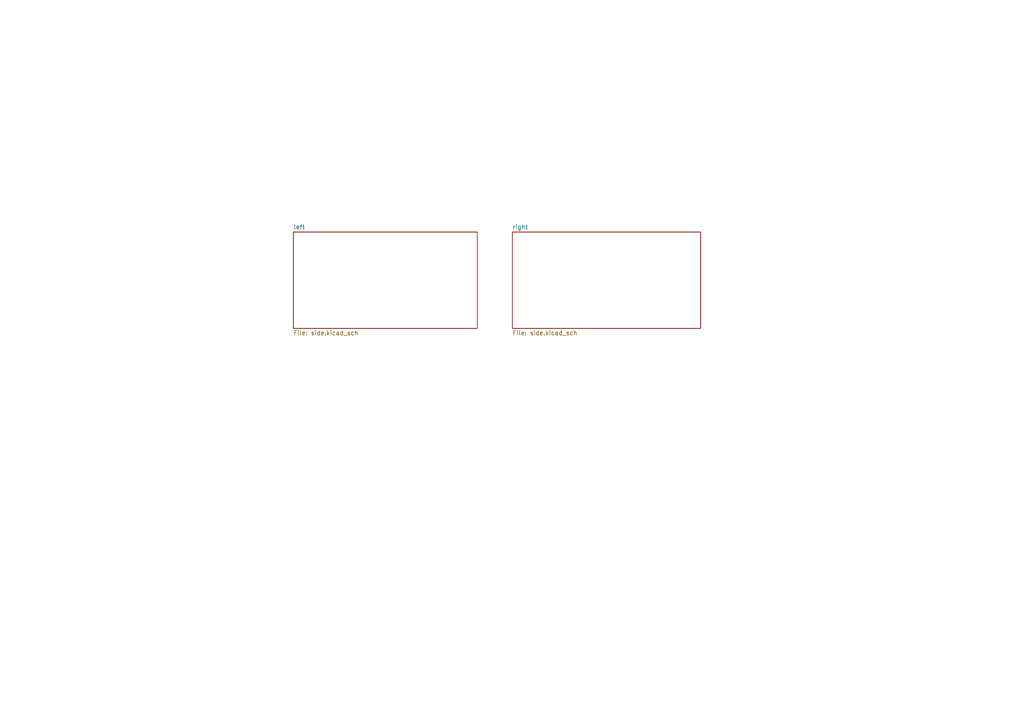
<source format=kicad_sch>
(kicad_sch
	(version 20250114)
	(generator "eeschema")
	(generator_version "9.0")
	(uuid "c5ae99a5-a075-45c5-8d62-cf63db691a52")
	(paper "A4")
	(lib_symbols)
	(sheet
		(at 85.09 67.31)
		(size 53.34 27.94)
		(exclude_from_sim no)
		(in_bom yes)
		(on_board yes)
		(dnp no)
		(fields_autoplaced yes)
		(stroke
			(width 0.1524)
			(type solid)
		)
		(fill
			(color 0 0 0 0.0000)
		)
		(uuid "7be90cd0-d85a-44d1-91f1-da45a8636e80")
		(property "Sheetname" "left"
			(at 85.09 66.5984 0)
			(effects
				(font
					(size 1.27 1.27)
				)
				(justify left bottom)
			)
		)
		(property "Sheetfile" "side.kicad_sch"
			(at 85.09 95.8346 0)
			(effects
				(font
					(size 1.27 1.27)
				)
				(justify left top)
			)
		)
		(instances
			(project "epsilon"
				(path "/c5ae99a5-a075-45c5-8d62-cf63db691a52"
					(page "2")
				)
			)
		)
	)
	(sheet
		(at 148.59 67.31)
		(size 54.61 27.94)
		(exclude_from_sim no)
		(in_bom yes)
		(on_board yes)
		(dnp no)
		(fields_autoplaced yes)
		(stroke
			(width 0.1524)
			(type solid)
		)
		(fill
			(color 0 0 0 0.0000)
		)
		(uuid "da5fe3a2-4a92-43ed-9ec0-6725d754775e")
		(property "Sheetname" "right"
			(at 148.59 66.5984 0)
			(effects
				(font
					(size 1.27 1.27)
				)
				(justify left bottom)
			)
		)
		(property "Sheetfile" "side.kicad_sch"
			(at 148.59 95.8346 0)
			(effects
				(font
					(size 1.27 1.27)
				)
				(justify left top)
			)
		)
		(instances
			(project "epsilon"
				(path "/c5ae99a5-a075-45c5-8d62-cf63db691a52"
					(page "3")
				)
			)
		)
	)
	(sheet_instances
		(path "/"
			(page "1")
		)
	)
	(embedded_fonts no)
)

</source>
